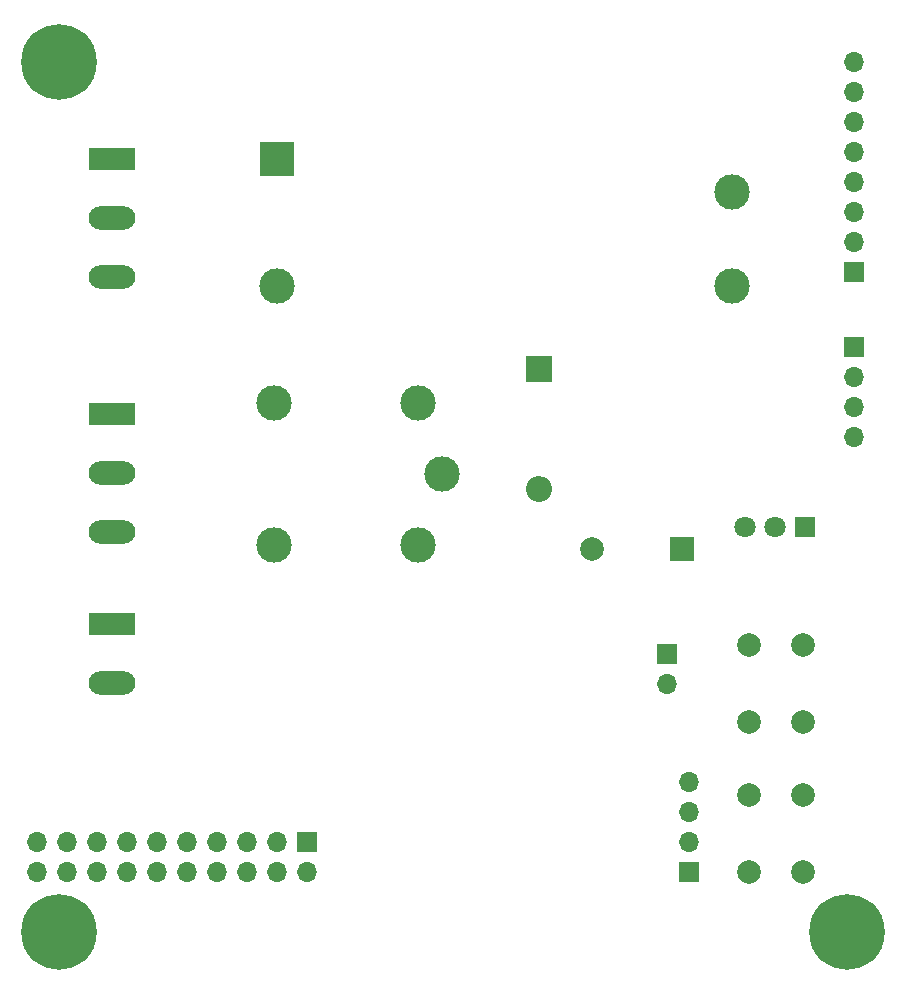
<source format=gbr>
%TF.GenerationSoftware,KiCad,Pcbnew,5.99.0+really5.1.9+dfsg1-1*%
%TF.CreationDate,2021-04-27T14:05:33+03:00*%
%TF.ProjectId,accessController,61636365-7373-4436-9f6e-74726f6c6c65,rev?*%
%TF.SameCoordinates,Original*%
%TF.FileFunction,Soldermask,Top*%
%TF.FilePolarity,Negative*%
%FSLAX46Y46*%
G04 Gerber Fmt 4.6, Leading zero omitted, Abs format (unit mm)*
G04 Created by KiCad (PCBNEW 5.99.0+really5.1.9+dfsg1-1) date 2021-04-27 14:05:33*
%MOMM*%
%LPD*%
G01*
G04 APERTURE LIST*
%ADD10C,6.400000*%
%ADD11R,2.000000X2.000000*%
%ADD12C,2.000000*%
%ADD13R,2.200000X2.200000*%
%ADD14O,2.200000X2.200000*%
%ADD15R,1.800000X1.800000*%
%ADD16C,1.800000*%
%ADD17R,3.960000X1.980000*%
%ADD18O,3.960000X1.980000*%
%ADD19C,3.000000*%
%ADD20R,3.000000X3.000000*%
%ADD21R,1.700000X1.700000*%
%ADD22O,1.700000X1.700000*%
G04 APERTURE END LIST*
D10*
%TO.C,REF\u002A\u002A*%
X152400000Y-123825000D03*
%TD*%
%TO.C,REF\u002A\u002A*%
X85725000Y-123825000D03*
%TD*%
%TO.C,REF\u002A\u002A*%
X85725000Y-50165000D03*
%TD*%
D11*
%TO.C,BZ1*%
X138430000Y-91440000D03*
D12*
X130830000Y-91440000D03*
%TD*%
D13*
%TO.C,D1*%
X126365000Y-76200000D03*
D14*
X126365000Y-86360000D03*
%TD*%
D15*
%TO.C,D2*%
X148844000Y-89535000D03*
D16*
X146304000Y-89535000D03*
X143764000Y-89535000D03*
%TD*%
D17*
%TO.C,J1*%
X90170000Y-58420000D03*
D18*
X90170000Y-63420000D03*
X90170000Y-68420000D03*
%TD*%
%TO.C,J2*%
X90170000Y-90010000D03*
X90170000Y-85010000D03*
D17*
X90170000Y-80010000D03*
%TD*%
%TO.C,J3*%
X90170000Y-97790000D03*
D18*
X90170000Y-102790000D03*
%TD*%
D19*
%TO.C,PS1*%
X142640000Y-69170000D03*
X104140000Y-69170000D03*
X142640000Y-61170000D03*
D20*
X104140000Y-58420000D03*
%TD*%
D12*
%TO.C,SW1*%
X144145000Y-112245000D03*
X148645000Y-112245000D03*
X144145000Y-118745000D03*
X148645000Y-118745000D03*
%TD*%
%TO.C,SW2*%
X148645000Y-106045000D03*
X144145000Y-106045000D03*
X148645000Y-99545000D03*
X144145000Y-99545000D03*
%TD*%
D19*
%TO.C,K1*%
X116110000Y-79090000D03*
X103910000Y-79090000D03*
X103910000Y-91090000D03*
X116110000Y-91090000D03*
X118110000Y-85090000D03*
%TD*%
D21*
%TO.C,Brd1*%
X153035000Y-74295000D03*
D22*
X153035000Y-76835000D03*
X153035000Y-79375000D03*
X153035000Y-81915000D03*
%TD*%
D21*
%TO.C,J4*%
X106680000Y-116205000D03*
D22*
X106680000Y-118745000D03*
X104140000Y-116205000D03*
X104140000Y-118745000D03*
X101600000Y-116205000D03*
X101600000Y-118745000D03*
X99060000Y-116205000D03*
X99060000Y-118745000D03*
X96520000Y-116205000D03*
X96520000Y-118745000D03*
X93980000Y-116205000D03*
X93980000Y-118745000D03*
X91440000Y-116205000D03*
X91440000Y-118745000D03*
X88900000Y-116205000D03*
X88900000Y-118745000D03*
X86360000Y-116205000D03*
X86360000Y-118745000D03*
X83820000Y-116205000D03*
X83820000Y-118745000D03*
%TD*%
%TO.C,J5*%
X139065000Y-111125000D03*
X139065000Y-113665000D03*
X139065000Y-116205000D03*
D21*
X139065000Y-118745000D03*
%TD*%
%TO.C,JP1*%
X137160000Y-100330000D03*
D22*
X137160000Y-102870000D03*
%TD*%
D21*
%TO.C,RFID1*%
X153035000Y-67945000D03*
D22*
X153035000Y-65405000D03*
X153035000Y-62865000D03*
X153035000Y-60325000D03*
X153035000Y-57785000D03*
X153035000Y-55245000D03*
X153035000Y-52705000D03*
X153035000Y-50165000D03*
%TD*%
M02*

</source>
